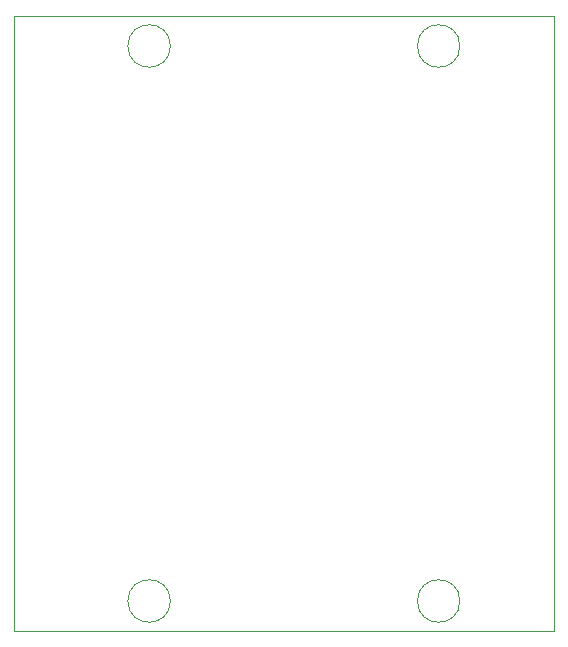
<source format=gbr>
%TF.GenerationSoftware,KiCad,Pcbnew,7.0.5-0*%
%TF.CreationDate,2023-07-19T18:28:51-07:00*%
%TF.ProjectId,tasty-totem-board,74617374-792d-4746-9f74-656d2d626f61,0.1*%
%TF.SameCoordinates,Original*%
%TF.FileFunction,Profile,NP*%
%FSLAX46Y46*%
G04 Gerber Fmt 4.6, Leading zero omitted, Abs format (unit mm)*
G04 Created by KiCad (PCBNEW 7.0.5-0) date 2023-07-19 18:28:51*
%MOMM*%
%LPD*%
G01*
G04 APERTURE LIST*
%TA.AperFunction,Profile*%
%ADD10C,0.100000*%
%TD*%
G04 APERTURE END LIST*
D10*
X178711000Y-107950000D02*
G75*
G03*
X178711000Y-107950000I-1800000J0D01*
G01*
X178711000Y-60960000D02*
G75*
G03*
X178711000Y-60960000I-1800000J0D01*
G01*
X154200000Y-107950000D02*
G75*
G03*
X154200000Y-107950000I-1800000J0D01*
G01*
X154200000Y-60960000D02*
G75*
G03*
X154200000Y-60960000I-1800000J0D01*
G01*
X140970000Y-58420000D02*
X186690000Y-58420000D01*
X186690000Y-110490000D01*
X140970000Y-110490000D01*
X140970000Y-58420000D01*
M02*

</source>
